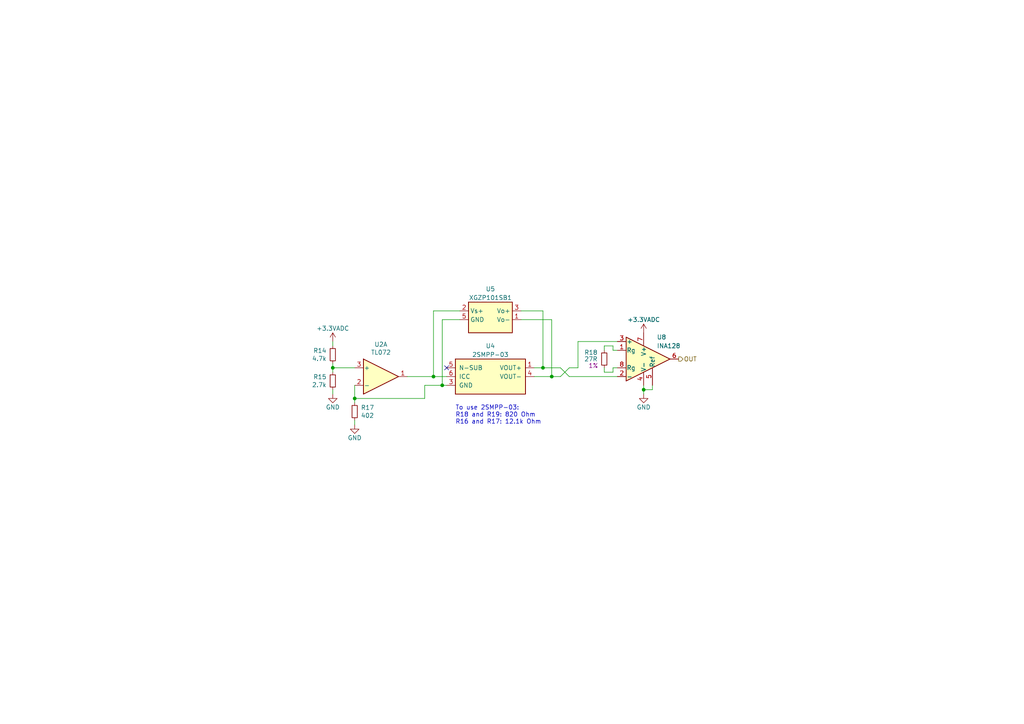
<source format=kicad_sch>
(kicad_sch (version 20211123) (generator eeschema)
  (paper "A4")
  (lib_symbols
    (symbol "Amplifier_Instrumentation:INA128" (pin_names (offset 0.127))
      (property "Reference" "U" (at 3.81 3.175 0))
      (property "Value" "INA128" (at 3.81 -3.175 0))
      (symbol "INA128_0_1"
        (polyline (pts (xy 7.62 0) (xy -5.08 6.35) (xy -5.08 -6.35) (xy 7.62 0)) (stroke (width 0.254)) (fill (type background)))
      )
      (symbol "INA128_1_1"
        (pin passive line (at -7.62 2.54 0) (length 2.54) (name "Rg") (number "1"))
        (pin input line (at -7.62 -5.08 0) (length 2.54) (name "-") (number "2"))
        (pin input line (at -7.62 5.08 0) (length 2.54) (name "+") (number "3"))
        (pin power_in line (at 0 -7.62 90) (length 3.81) (name "V-") (number "4"))
        (pin input line (at 2.54 -7.62 90) (length 5.08) (name "Ref") (number "5"))
        (pin output line (at 10.16 0 180) (length 2.54) (name "~") (number "6"))
        (pin power_in line (at 0 7.62 270) (length 3.81) (name "V+") (number "7"))
        (pin passive line (at -7.62 -2.54 0) (length 2.54) (name "Rg") (number "8"))
      )
    )
    (symbol "Amplifier_Operational:TL072" (pin_names (offset 0.127))
      (property "Reference" "U" (at 0 5.08 0))
      (property "Value" "TL072" (at 0 -5.08 0))
      (symbol "TL072_1_1"
        (polyline (pts (xy -5.08 5.08) (xy 5.08 0) (xy -5.08 -5.08) (xy -5.08 5.08)) (stroke (width 0.254)) (fill (type background)))
        (pin output line (at 7.62 0 180) (length 2.54) (name "~") (number "1"))
        (pin input line (at -7.62 -2.54 0) (length 2.54) (name "-") (number "2"))
        (pin input line (at -7.62 2.54 0) (length 2.54) (name "+") (number "3"))
      )
      (symbol "TL072_2_1"
        (polyline (pts (xy -5.08 5.08) (xy 5.08 0) (xy -5.08 -5.08) (xy -5.08 5.08)) (stroke (width 0.254)) (fill (type background)))
        (pin input line (at -7.62 2.54 0) (length 2.54) (name "+") (number "5"))
        (pin input line (at -7.62 -2.54 0) (length 2.54) (name "-") (number "6"))
        (pin output line (at 7.62 0 180) (length 2.54) (name "~") (number "7"))
      )
      (symbol "TL072_3_1"
        (pin power_in line (at -2.54 -7.62 90) (length 3.81) (name "V-") (number "4"))
        (pin power_in line (at -2.54 7.62 270) (length 3.81) (name "V+") (number "8"))
      )
    )
    (symbol "Device:R_Small" (pin_numbers hide) (pin_names (offset 0.254) hide)
      (property "Reference" "R" (at 0.762 0.508 0))
      (property "Value" "R_Small" (at 0.762 -1.016 0))
      (symbol "R_Small_0_1"
        (rectangle (start -0.762 1.778) (end 0.762 -1.778) (stroke (width 0.2032)))
      )
      (symbol "R_Small_1_1"
        (pin passive line (at 0 2.54 270) (length 0.762) (name "~") (number "1"))
        (pin passive line (at 0 -2.54 90) (length 0.762) (name "~") (number "2"))
      )
    )
    (symbol "index:2SMPP-03" (pin_names (offset 1.016))
      (property "Reference" "U" (at -8.89 6.35 0))
      (property "Value" "2SMPP-03" (at 5.08 7.62 0))
      (symbol "2SMPP-03_0_1"
        (rectangle (start -10.16 5.08) (end 10.16 -5.08) (stroke (width 0.254)) (fill (type background)))
      )
      (symbol "2SMPP-03_1_1"
        (pin output line (at 12.7 2.54 180) (length 2.54) (name "VOUT+") (number "1"))
        (pin no_connect line (at -10.16 -2.54 0) (length 2.54) hide (name "NC") (number "2"))
        (pin passive line (at -12.7 -2.54 0) (length 2.54) (name "GND") (number "3"))
        (pin output line (at 12.7 0 180) (length 2.54) (name "VOUT-") (number "4"))
        (pin passive line (at -12.7 2.54 0) (length 2.54) (name "N-SUB") (number "5"))
        (pin passive line (at -12.7 0 0) (length 2.54) (name "ICC") (number "6"))
      )
    )
    (symbol "index:XGZP"
      (property "Reference" "U" (at 3.81 -8.89 0))
      (property "Value" "XGZP" (at 5.08 -6.35 0))
      (symbol "XGZP_0_1"
        (rectangle (start -6.35 5.08) (end 6.35 -3.81) (stroke (width 0.254)) (fill (type background)))
      )
      (symbol "XGZP_1_1"
        (pin passive line (at 8.89 0 180) (length 2.54) (name "Vo-") (number "1"))
        (pin input line (at -8.89 2.54 0) (length 2.54) (name "Vs+") (number "2"))
        (pin passive line (at 8.89 2.54 180) (length 2.54) (name "Vo+") (number "3"))
        (pin input line (at -8.89 0 0) (length 2.54) (name "GND") (number "5"))
        (pin passive line (at 8.89 0 180) (length 2.54) hide (name "Vo-") (number "6"))
      )
    )
    (symbol "power:+3.3VADC" (power) (pin_names (offset 0))
      (property "Value" "+3.3VADC" (at 0 2.54 0))
      (symbol "+3.3VADC_0_0"
        (pin power_in line (at 0 0 90) (length 0) hide (name "+3.3VADC") (number "1"))
      )
      (symbol "+3.3VADC_0_1"
        (polyline (pts (xy -0.762 1.27) (xy 0 2.54)))
        (polyline (pts (xy 0 0) (xy 0 2.54)))
        (polyline (pts (xy 0 2.54) (xy 0.762 1.27)))
      )
    )
    (symbol "power:GND" (power) (pin_names (offset 0))
      (property "Value" "GND" (at 0 -3.81 0))
      (symbol "GND_0_1"
        (polyline (pts (xy 0 0) (xy 0 -1.27) (xy 1.27 -1.27) (xy 0 -2.54) (xy -1.27 -1.27) (xy 0 -1.27)))
      )
      (symbol "GND_1_1"
        (pin power_in line (at 0 0 270) (length 0) hide (name "GND") (number "1"))
      )
    )
  )
  (junction (at 128.27 111.76))
  (junction (at 157.48 106.68))
  (junction (at 125.73 109.22))
  (junction (at 102.87 115.57))
  (junction (at 186.69 113.03))
  (junction (at 160.02 109.22))
  (junction (at 96.52 106.68))
  (no_connect (at 129.54 106.68))
  (wire (pts (xy 125.73 90.17) (xy 125.73 109.22)))
  (wire (pts (xy 128.27 92.71) (xy 133.35 92.71)))
  (wire (pts (xy 157.48 106.68) (xy 154.94 106.68)))
  (wire (pts (xy 177.8 106.68) (xy 179.07 106.68)))
  (wire (pts (xy 175.26 100.33) (xy 175.26 101.6)))
  (wire (pts (xy 118.11 109.22) (xy 125.73 109.22)))
  (wire (pts (xy 175.26 107.95) (xy 177.8 107.95)))
  (wire (pts (xy 179.07 101.6) (xy 177.8 101.6)))
  (wire (pts (xy 102.87 115.57) (xy 123.19 115.57)))
  (wire (pts (xy 167.64 106.68) (xy 167.64 99.06)))
  (wire (pts (xy 96.52 113.03) (xy 96.52 114.3)))
  (wire (pts (xy 128.27 111.76) (xy 129.54 111.76)))
  (wire (pts (xy 162.56 109.22) (xy 165.1 106.68)))
  (wire (pts (xy 165.1 106.68) (xy 167.64 106.68)))
  (wire (pts (xy 96.52 105.41) (xy 96.52 106.68)))
  (wire (pts (xy 102.87 121.92) (xy 102.87 123.19)))
  (wire (pts (xy 157.48 90.17) (xy 157.48 106.68)))
  (wire (pts (xy 177.8 101.6) (xy 177.8 100.33)))
  (wire (pts (xy 186.69 113.03) (xy 186.69 114.3)))
  (wire (pts (xy 177.8 107.95) (xy 177.8 106.68)))
  (wire (pts (xy 96.52 99.06) (xy 96.52 100.33)))
  (wire (pts (xy 128.27 92.71) (xy 128.27 111.76)))
  (wire (pts (xy 151.13 90.17) (xy 157.48 90.17)))
  (wire (pts (xy 125.73 90.17) (xy 133.35 90.17)))
  (wire (pts (xy 96.52 106.68) (xy 96.52 107.95)))
  (wire (pts (xy 160.02 92.71) (xy 151.13 92.71)))
  (wire (pts (xy 162.56 106.68) (xy 165.1 109.22)))
  (wire (pts (xy 165.1 109.22) (xy 179.07 109.22)))
  (wire (pts (xy 175.26 106.68) (xy 175.26 107.95)))
  (wire (pts (xy 189.23 113.03) (xy 186.69 113.03)))
  (wire (pts (xy 189.23 111.76) (xy 189.23 113.03)))
  (wire (pts (xy 160.02 109.22) (xy 160.02 92.71)))
  (wire (pts (xy 102.87 115.57) (xy 102.87 116.84)))
  (wire (pts (xy 154.94 109.22) (xy 160.02 109.22)))
  (wire (pts (xy 167.64 99.06) (xy 179.07 99.06)))
  (wire (pts (xy 96.52 106.68) (xy 102.87 106.68)))
  (wire (pts (xy 157.48 106.68) (xy 162.56 106.68)))
  (wire (pts (xy 175.26 100.33) (xy 177.8 100.33)))
  (wire (pts (xy 123.19 111.76) (xy 123.19 115.57)))
  (wire (pts (xy 186.69 111.76) (xy 186.69 113.03)))
  (wire (pts (xy 128.27 111.76) (xy 123.19 111.76)))
  (wire (pts (xy 102.87 111.76) (xy 102.87 115.57)))
  (wire (pts (xy 160.02 109.22) (xy 162.56 109.22)))
  (wire (pts (xy 125.73 109.22) (xy 129.54 109.22)))
  (text "To use 2SMPP-03:\nR18 and R19: 820 Ohm\nR16 and R17: 12.1k Ohm" (at 132.08 123.19 0) (effects (font (size 1.27 1.27)) (justify left bottom)))
  (hierarchical_label "OUT" (shape output) (at 196.85 104.14 0))
  (symbol (lib_id "power:GND") (at 96.52 114.3 0)
    (property "Reference" "#PWR0240" (effects hide))
    (property "Value" "GND" (at 96.52 118.11 0))
  )
  (symbol (lib_id "power:+3.3VADC") (at 96.52 99.06 0)
    (property "Reference" "#PWR0241" (effects hide))
    (property "Value" "+3.3VADC" (at 96.52 95.25 0))
  )
  (symbol (lib_id "Device:R_Small") (at 102.87 119.38 0)
    (property "Reference" "R17" (at 104.648 118.2116 0) (effects (justify left)))
    (property "Value" "402" (at 104.648 120.523 0) (effects (justify left)))
    (property "Footprint" "Resistor_SMD:R_0805_2012Metric" (effects hide))
    (property "LCSC" "C204479" (effects hide))
    (property "Notes" "1%" (effects hide))
    (property "2SMPP:Digikey" "TBD" (effects hide))
    (property "2SMPP:JLCPCB" "TBD" (effects hide))
    (property "2SMPP:LCSC" "TBD" (effects hide))
    (property "2SMPP:Mouser" "TBD" (effects hide))
    (property "2SMPP:Value" "12.1k" (effects hide))
  )
  (symbol (lib_id "index:2SMPP-03") (at 142.24 109.22 0)
    (property "Reference" "U4" (at 142.24 100.33 0))
    (property "Value" "2SMPP-03" (at 142.24 102.87 0))
    (property "Footprint" "index:2SMPP-03" (effects hide))
    (property "Datasheet" "https://omronfs.omron.com/en_US/ecb/products/pdf/en-2smpp-03.pdf" (effects hide))
    (property "Mouser" "653-2SMPP-03" (effects hide))
    (property "Config" "+2SMPP" (effects hide))
    (property "Digikey" "Z3639-ND" (effects hide))
  )
  (symbol (lib_id "Device:R_Small") (at 96.52 110.49 0) (mirror y)
    (property "Reference" "R15" (at 94.742 109.3216 0) (effects (justify left)))
    (property "Value" "2.7k" (at 94.742 111.633 0) (effects (justify left)))
    (property "Footprint" "Resistor_SMD:R_0805_2012Metric" (effects hide))
    (property "Digikey" "A129754CT-ND" (effects hide))
    (property "JLCPCB" "C17530" (effects hide))
    (property "LCSC" "C139909" (effects hide))
    (property "Mouser" "652-CR0805FX-2701ELF" (effects hide))
    (property "Notes" "1%" (effects hide))
  )
  (symbol (lib_id "Device:R_Small") (at 175.26 104.14 0) (mirror y)
    (property "Reference" "R18" (at 173.355 102.235 0) (effects (justify left)))
    (property "Value" "27R" (at 173.355 104.14 0) (effects (justify left)))
    (property "Footprint" "Resistor_SMD:R_0805_2012Metric" (effects hide))
    (property "Digikey" "A126357CT-ND" (effects hide))
    (property "JLCPCB" "C104170" (effects hide))
    (property "LCSC" "C104170" (effects hide))
    (property "Mouser" "603-RT0805FRE0727RL" (effects hide))
    (property "Notes" "1%" (at 172.085 106.045 0))
    (property "2SMPP:Value" "820" (effects hide))
    (property "2SMPP:LCSC" "TBD" (effects hide))
    (property "2SMPP:Mouser" "TBD" (effects hide))
    (property "2SMPP:Digikey" "TBD" (effects hide))
    (property "2SMPP:JLCPCB" "TBD" (effects hide))
  )
  (symbol (lib_id "index:XGZP") (at 142.24 92.71 0)
    (property "Reference" "U5" (at 142.24 83.82 0))
    (property "Value" "XGZP101SB1" (at 142.24 86.36 0))
    (property "Footprint" "index:SO-6_7x7mm_P2.54mm" (effects hide))
    (property "Datasheet" "http://m.eleparts.co.kr/data/goods_old/data/XGZP_SOP6.pdf" (effects hide))
    (property "Config" "-2SMPP" (effects hide))
  )
  (symbol (lib_id "power:GND") (at 102.87 123.19 0)
    (property "Reference" "#PWR0239" (effects hide))
    (property "Value" "GND" (at 102.87 127 0))
  )
  (symbol (lib_id "Amplifier_Operational:TL072") (at 110.49 109.22 0)
    (property "Reference" "U2" (at 110.49 99.8982 0))
    (property "Value" "TL072" (at 110.49 102.2096 0))
    (property "Footprint" "Package_SO:SOIC-8_3.9x4.9mm_P1.27mm" (effects hide))
    (property "Datasheet" "http://www.ti.com/lit/ds/symlink/tl071.pdf" (effects hide))
    (property "LCSC" "C6962" (effects hide))
    (property "Digikey" "296-7194-1-ND" (effects hide))
    (property "JLCPCB" "C6962" (effects hide))
    (property "Mouser" "595-TL072IDR" (effects hide))
  )
  (symbol (lib_id "Device:R_Small") (at 96.52 102.87 0) (mirror y)
    (property "Reference" "R14" (at 94.742 101.7016 0) (effects (justify left)))
    (property "Value" "4.7k" (at 94.742 104.013 0) (effects (justify left)))
    (property "Footprint" "Resistor_SMD:R_0805_2012Metric" (effects hide))
    (property "Digikey" "A129757CT-ND" (effects hide))
    (property "JLCPCB" "C17673" (effects hide))
    (property "LCSC" "C17673" (effects hide))
    (property "Mouser" "71-CRCW08054K70FKEAC" (effects hide))
    (property "Notes" "1%" (effects hide))
  )
  (symbol (lib_id "power:+3.3VADC") (at 186.69 96.52 0)
    (property "Reference" "#PWR0242" (effects hide))
    (property "Value" "+3.3VADC" (at 186.69 92.71 0))
  )
  (symbol (lib_id "power:GND") (at 186.69 114.3 0)
    (property "Reference" "#PWR0243" (effects hide))
    (property "Value" "GND" (at 186.69 118.11 0))
  )
  (symbol (lib_id "Amplifier_Instrumentation:INA128") (at 186.69 104.14 0)
    (property "Reference" "U8" (at 190.5 97.79 0) (effects (justify left)))
    (property "Value" "INA128" (at 190.5 100.33 0) (effects (justify left)))
    (property "Footprint" "Package_SO:SOIC-8_3.9x4.9mm_P1.27mm" (effects hide))
    (property "Datasheet" "http://www.ti.com/lit/ds/symlink/ina128.pdf" (effects hide))
    (property "JLCPCB" "C22233" (effects hide))
    (property "LCSC" "C22233" (effects hide))
    (property "Digikey" "296-26057-1-ND" (effects hide))
    (property "Mouser" "595-INA128U/2K5" (effects hide))
  )
)
</source>
